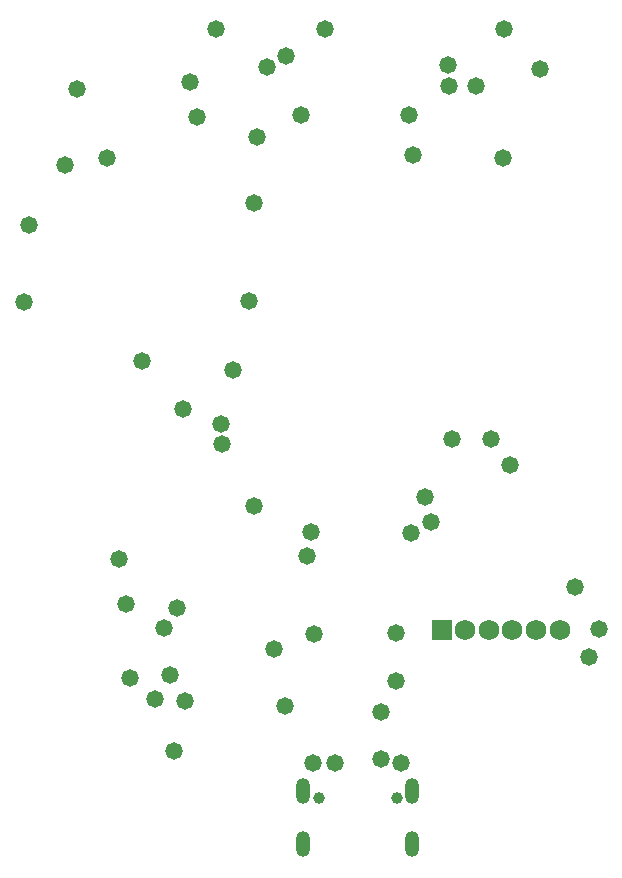
<source format=gbs>
G04*
G04 #@! TF.GenerationSoftware,Altium Limited,Altium Designer,21.8.1 (53)*
G04*
G04 Layer_Color=16711935*
%FSAX44Y44*%
%MOMM*%
G71*
G04*
G04 #@! TF.SameCoordinates,32BA2F72-2B31-4227-8ABE-CAB74C13F427*
G04*
G04*
G04 #@! TF.FilePolarity,Negative*
G04*
G01*
G75*
%ADD36C,1.0032*%
%ADD37O,1.2032X2.2032*%
%ADD38R,1.7272X1.7272*%
%ADD39C,1.7272*%
%ADD40C,1.4732*%
D36*
X00336000Y00060400D02*
D03*
X00270000D02*
D03*
D37*
X00349100Y00066000D02*
D03*
X00256900D02*
D03*
X00349100Y00021000D02*
D03*
X00256900D02*
D03*
D38*
X00374000Y00202000D02*
D03*
D39*
X00394000D02*
D03*
X00414000D02*
D03*
X00434000D02*
D03*
X00454000D02*
D03*
X00474000D02*
D03*
D40*
X00499000Y00179000D02*
D03*
X00187000Y00377000D02*
D03*
X00188000Y00360000D02*
D03*
X00215000Y00307000D02*
D03*
X00101000Y00262000D02*
D03*
X00335000Y00159000D02*
D03*
X00260000Y00265000D02*
D03*
X00335000Y00200000D02*
D03*
X00263000Y00285000D02*
D03*
X00147200Y00099800D02*
D03*
X00241000Y00138000D02*
D03*
X00131000Y00143745D02*
D03*
X00507000Y00203000D02*
D03*
X00487000Y00239000D02*
D03*
X00110000Y00162000D02*
D03*
X00350000Y00604000D02*
D03*
X00383000Y00364000D02*
D03*
X00416000D02*
D03*
X00360000Y00315000D02*
D03*
X00432000Y00342000D02*
D03*
X00266000Y00199000D02*
D03*
X00365000Y00294000D02*
D03*
X00348000Y00284000D02*
D03*
X00232000Y00186000D02*
D03*
X00323000Y00093000D02*
D03*
X00218000Y00619954D02*
D03*
X00065000Y00660000D02*
D03*
X00025000Y00545000D02*
D03*
X00157000Y00142000D02*
D03*
X00139000Y00204000D02*
D03*
X00167000Y00637000D02*
D03*
X00091000Y00602000D02*
D03*
X00055000Y00596000D02*
D03*
X00215000Y00564000D02*
D03*
X00403000Y00663000D02*
D03*
X00379000Y00681000D02*
D03*
X00380000Y00663000D02*
D03*
X00275000Y00711000D02*
D03*
X00120000Y00430000D02*
D03*
X00457000Y00677000D02*
D03*
X00426000Y00602000D02*
D03*
X00427000Y00711000D02*
D03*
X00211000Y00481000D02*
D03*
X00020000Y00480000D02*
D03*
X00242000Y00688000D02*
D03*
X00226000Y00679000D02*
D03*
X00161000Y00666000D02*
D03*
X00183000Y00711000D02*
D03*
X00340000Y00090000D02*
D03*
X00284000D02*
D03*
X00155000Y00389000D02*
D03*
X00197000Y00422000D02*
D03*
X00255000Y00638000D02*
D03*
X00346000D02*
D03*
X00107000Y00224000D02*
D03*
X00144000Y00164000D02*
D03*
X00150000Y00221000D02*
D03*
X00323000Y00133000D02*
D03*
X00265000Y00090000D02*
D03*
M02*

</source>
